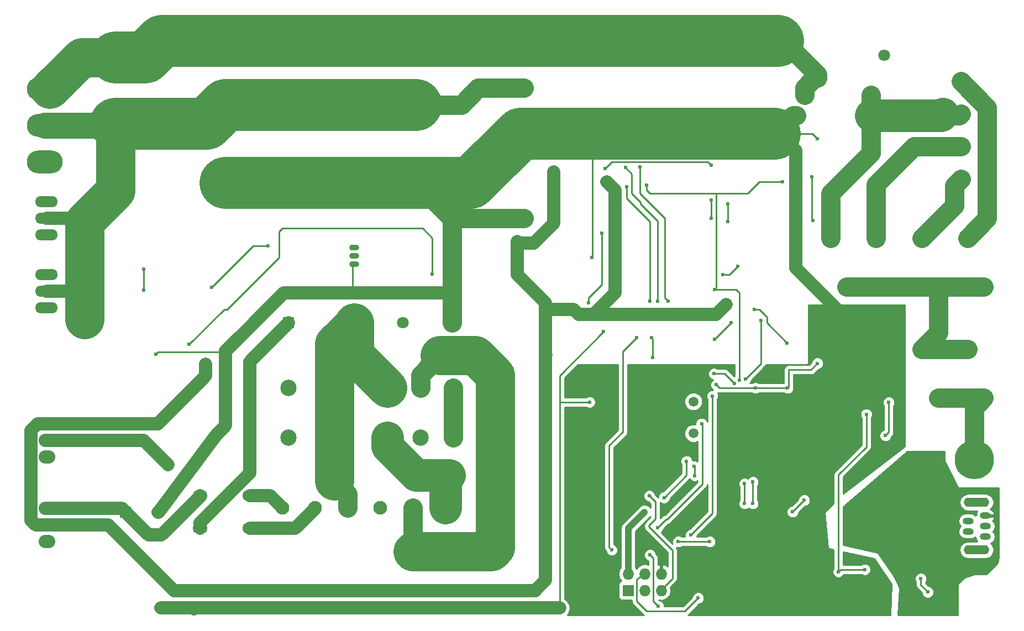
<source format=gbl>
G04 #@! TF.FileFunction,Copper,L2,Bot,Signal*
%FSLAX46Y46*%
G04 Gerber Fmt 4.6, Leading zero omitted, Abs format (unit mm)*
G04 Created by KiCad (PCBNEW 4.0.0-rc1-stable) date 4/11/2015 1:36:56 PM*
%MOMM*%
G01*
G04 APERTURE LIST*
%ADD10C,0.100000*%
%ADD11C,1.700000*%
%ADD12R,1.700000X1.700000*%
%ADD13R,1.727200X1.727200*%
%ADD14O,1.727200X1.727200*%
%ADD15C,1.998980*%
%ADD16R,1.998980X1.998980*%
%ADD17O,2.300000X1.600000*%
%ADD18C,1.800000*%
%ADD19C,2.500000*%
%ADD20C,2.100000*%
%ADD21O,5.501640X3.500120*%
%ADD22O,3.500120X1.699260*%
%ADD23C,2.286000*%
%ADD24O,2.540000X2.032000*%
%ADD25O,1.501140X0.899160*%
%ADD26C,1.501140*%
%ADD27C,5.999480*%
%ADD28C,1.850000*%
%ADD29R,1.850000X1.850000*%
%ADD30O,3.910000X1.400000*%
%ADD31O,1.700000X1.000000*%
%ADD32R,1.800000X1.800000*%
%ADD33C,0.600000*%
%ADD34C,0.250000*%
%ADD35C,1.000000*%
%ADD36C,8.000000*%
%ADD37C,2.000000*%
%ADD38C,3.000000*%
%ADD39C,6.000000*%
%ADD40C,4.000000*%
%ADD41C,5.000000*%
%ADD42C,0.254000*%
G04 APERTURE END LIST*
D10*
D11*
X43000000Y-125000000D03*
D12*
X38000000Y-125000000D03*
D13*
X115000000Y-137000000D03*
D14*
X115000000Y-134460000D03*
X117540000Y-137000000D03*
X117540000Y-134460000D03*
X120080000Y-137000000D03*
X120080000Y-134460000D03*
D15*
X36497460Y-55340000D03*
D16*
X36497460Y-65500000D03*
D15*
X152160000Y-61067460D03*
D16*
X142000000Y-61067460D03*
D17*
X57000000Y-127500000D03*
X57000000Y-122460000D03*
X49380000Y-122460000D03*
X49380000Y-127500000D03*
D18*
X144000000Y-58000000D03*
X154200000Y-55000000D03*
D19*
X63000000Y-106000000D03*
X83160000Y-106000000D03*
X78120000Y-106000000D03*
X88200000Y-106000000D03*
X63000000Y-113560000D03*
X78120000Y-113560000D03*
X83160000Y-113560000D03*
X88200000Y-113560000D03*
D20*
X166000000Y-74000000D03*
X166000000Y-69000000D03*
X166000000Y-64000000D03*
X166000000Y-59000000D03*
X62007500Y-124317500D03*
X67007500Y-124317500D03*
X72007500Y-124317500D03*
X77007500Y-124317500D03*
X82007500Y-124317500D03*
X87007500Y-124317500D03*
D21*
X25654000Y-65786000D03*
X25654000Y-71374000D03*
X25654000Y-60198000D03*
D22*
X25908000Y-80010000D03*
X25908000Y-82550000D03*
X25908000Y-77470000D03*
X25908000Y-91186000D03*
X25908000Y-93726000D03*
X25908000Y-88646000D03*
D23*
X152215000Y-64250000D03*
X140785000Y-64250000D03*
D24*
X26000000Y-127000000D03*
X26000000Y-124460000D03*
X26000000Y-129540000D03*
D25*
X73000000Y-85730000D03*
X73000000Y-84460000D03*
X73000000Y-87000000D03*
D18*
X167000000Y-83000000D03*
X169500000Y-90500000D03*
X160000000Y-83000000D03*
X162500000Y-90500000D03*
X153000000Y-83000000D03*
X155500000Y-90500000D03*
X146000000Y-83000000D03*
X148500000Y-90500000D03*
X160000000Y-100000000D03*
X162500000Y-107500000D03*
X167000000Y-100000000D03*
X169500000Y-107500000D03*
D26*
X125000000Y-108059060D03*
X125000000Y-112940940D03*
D27*
X168000000Y-117000000D03*
D28*
X53340000Y-74580000D03*
D29*
X53340000Y-62580000D03*
D28*
X82550000Y-74580000D03*
D29*
X82550000Y-62580000D03*
D24*
X26000000Y-114000000D03*
X26000000Y-111460000D03*
X26000000Y-116540000D03*
D15*
X99000000Y-60000000D03*
X99000000Y-80000000D03*
D30*
X168402000Y-130810000D03*
X168402000Y-123510000D03*
D31*
X169702000Y-127160000D03*
X169702000Y-125560000D03*
X169702000Y-128760000D03*
X167102000Y-127960000D03*
X167102000Y-126360000D03*
D32*
X62992000Y-96012000D03*
D18*
X72992000Y-96012000D03*
X80492000Y-96012000D03*
X87992000Y-96012000D03*
D33*
X115850000Y-126450000D03*
X151500000Y-110000000D03*
X151250000Y-133800000D03*
X147200000Y-134150000D03*
X117500000Y-125000000D03*
X142494000Y-116586000D03*
X108966000Y-112014000D03*
X116275000Y-123850000D03*
X121050000Y-124650000D03*
X42672000Y-100838000D03*
X53250000Y-100500000D03*
X121158000Y-92710000D03*
X116840000Y-72136000D03*
X116840000Y-70358000D03*
X140462000Y-85852000D03*
X126238000Y-122428000D03*
X119126000Y-115824000D03*
X109220000Y-132334000D03*
X109220000Y-126492000D03*
X137668000Y-111252000D03*
X150622000Y-102108000D03*
X130775000Y-124350000D03*
X109025000Y-128850000D03*
X109075000Y-122050000D03*
X113275000Y-118825000D03*
X122775000Y-131225000D03*
X142075000Y-139650000D03*
X152775000Y-105050000D03*
X148775000Y-107300000D03*
X135900000Y-105075000D03*
X155600000Y-104000000D03*
X144800000Y-92600000D03*
X155800000Y-98000000D03*
X109400000Y-86000000D03*
X144000000Y-67750000D03*
X137500000Y-70000000D03*
X117750000Y-70250000D03*
X40750000Y-87750000D03*
X40750000Y-91000000D03*
X53136800Y-108153200D03*
X45974000Y-139700000D03*
X43434000Y-139700000D03*
X139446000Y-106000000D03*
X144000000Y-102200000D03*
X134500000Y-106000000D03*
X128500000Y-105500000D03*
X143150000Y-73600000D03*
X143350000Y-80300000D03*
X111250000Y-97350000D03*
X109100000Y-108150000D03*
X104500000Y-140000000D03*
X44500000Y-117700000D03*
X48500000Y-139800000D03*
X159850000Y-135200000D03*
X160900000Y-137250000D03*
X50292000Y-102362000D03*
X103632000Y-72898000D03*
X130048000Y-93218000D03*
X111760000Y-74422000D03*
X98044000Y-83820000D03*
X102750000Y-93550000D03*
X127762000Y-71882000D03*
X111506000Y-72390000D03*
X33274000Y-96012000D03*
X51200000Y-90550000D03*
X59800000Y-84200000D03*
X132842000Y-120650000D03*
X132842000Y-123698000D03*
X127508000Y-129540000D03*
X122682000Y-129540000D03*
X127900000Y-107200000D03*
X124600000Y-128500000D03*
X134112000Y-120396000D03*
X134112000Y-123698000D03*
X125730000Y-138176000D03*
X118250000Y-122500000D03*
X120500000Y-122775000D03*
X123950000Y-117200000D03*
X126250000Y-111450000D03*
X119500000Y-127400000D03*
X154940000Y-108204000D03*
X154432000Y-113284000D03*
X141986000Y-123190000D03*
X140208000Y-124968000D03*
X119634000Y-139446000D03*
X118364000Y-131572000D03*
X125200000Y-119400000D03*
X125100000Y-118000000D03*
X127762000Y-77216000D03*
X127762000Y-80010000D03*
X130250000Y-80500000D03*
X130250000Y-77750000D03*
X128150000Y-103800000D03*
X131250000Y-105275000D03*
X114600000Y-72200000D03*
X119500000Y-92700000D03*
X128250000Y-98500000D03*
X130750000Y-96000000D03*
X132050000Y-104750000D03*
X128270000Y-90932000D03*
X138684000Y-74422000D03*
X117856000Y-74930000D03*
X129540000Y-88646000D03*
X131826000Y-87376000D03*
X47752000Y-99314000D03*
X85000000Y-88500000D03*
X118618000Y-98298000D03*
X118364000Y-92710000D03*
X114808000Y-75184000D03*
X118750000Y-101300000D03*
X116300000Y-98300000D03*
X112500000Y-130800000D03*
X108966000Y-92964000D03*
X110998000Y-82296000D03*
X135350000Y-95600000D03*
X132950000Y-104650000D03*
X139350000Y-99100000D03*
X134366000Y-93980000D03*
X162814000Y-124460000D03*
X163322000Y-121412000D03*
X149860000Y-126746000D03*
X160020000Y-139700000D03*
D34*
X115850000Y-126450000D02*
X115950000Y-126550000D01*
X147200000Y-134150000D02*
X147200000Y-119300000D01*
X151500000Y-115000000D02*
X151500000Y-110000000D01*
X147200000Y-119300000D02*
X151500000Y-115000000D01*
X147550000Y-133800000D02*
X151250000Y-133800000D01*
X147200000Y-134150000D02*
X147550000Y-133800000D01*
D35*
X115000000Y-134460000D02*
X115000000Y-132400000D01*
X115000000Y-132400000D02*
X115000000Y-127500000D01*
X115000000Y-127500000D02*
X115950000Y-126550000D01*
X115950000Y-126550000D02*
X117500000Y-125000000D01*
D34*
X53250000Y-100500000D02*
X43010000Y-100500000D01*
X43010000Y-100500000D02*
X42672000Y-100838000D01*
X53250000Y-100500000D02*
X53340000Y-100500000D01*
X116840000Y-70358000D02*
X116840000Y-67000000D01*
X121158000Y-92710000D02*
X120650000Y-92202000D01*
X120650000Y-92202000D02*
X120650000Y-80010000D01*
X120650000Y-80010000D02*
X116840000Y-76200000D01*
X116840000Y-76200000D02*
X116840000Y-72136000D01*
D36*
X109500000Y-67000000D02*
X116840000Y-67000000D01*
X116840000Y-67000000D02*
X117750000Y-67000000D01*
D34*
X140462000Y-85852000D02*
X140716000Y-85852000D01*
D37*
X137500000Y-67000000D02*
X138120000Y-67000000D01*
X138120000Y-67000000D02*
X140716000Y-69596000D01*
X140716000Y-69596000D02*
X140716000Y-85852000D01*
X155336000Y-97536000D02*
X155800000Y-98000000D01*
X140716000Y-85852000D02*
X140716000Y-87630000D01*
X140716000Y-87630000D02*
X150622000Y-97536000D01*
X150622000Y-97536000D02*
X155336000Y-97536000D01*
D34*
X144800000Y-92600000D02*
X149200000Y-97000000D01*
X149200000Y-97000000D02*
X154800000Y-97000000D01*
X154800000Y-97000000D02*
X155800000Y-98000000D01*
X109500000Y-85900000D02*
X109500000Y-67000000D01*
X109400000Y-86000000D02*
X109500000Y-85900000D01*
X144000000Y-67750000D02*
X143250000Y-67000000D01*
X143250000Y-67000000D02*
X137500000Y-67000000D01*
X137500000Y-70000000D02*
X137500000Y-67000000D01*
X117750000Y-70250000D02*
X117750000Y-67000000D01*
X40750000Y-91000000D02*
X40750000Y-87750000D01*
D38*
X140785000Y-64250000D02*
X140250000Y-64250000D01*
X140250000Y-64250000D02*
X137500000Y-67000000D01*
D37*
X140250000Y-64250000D02*
X137500000Y-67000000D01*
D36*
X82550000Y-74580000D02*
X90920000Y-74580000D01*
X137500000Y-67000000D02*
X136000000Y-67000000D01*
X98500000Y-67000000D02*
X109500000Y-67000000D01*
X117750000Y-67000000D02*
X137500000Y-67000000D01*
X90920000Y-74580000D02*
X98500000Y-67000000D01*
X53340000Y-74580000D02*
X82550000Y-74580000D01*
D38*
X99000000Y-80000000D02*
X87970000Y-80000000D01*
X87970000Y-80000000D02*
X88000000Y-80030000D01*
D34*
X72800000Y-87200000D02*
X72800000Y-91440000D01*
X72800000Y-91440000D02*
X72800000Y-91100000D01*
X72800000Y-91100000D02*
X72800000Y-91440000D01*
X53136800Y-108153200D02*
X53340000Y-108153200D01*
D37*
X43000000Y-125000000D02*
X43100000Y-125000000D01*
X43100000Y-125000000D02*
X51752500Y-113347500D01*
X51752500Y-113347500D02*
X53340000Y-111760000D01*
X53340000Y-111760000D02*
X53340000Y-108153200D01*
X53340000Y-108153200D02*
X53340000Y-102616000D01*
X53340000Y-102616000D02*
X53340000Y-100500000D01*
X53340000Y-100500000D02*
X53340000Y-100330000D01*
X62230000Y-91440000D02*
X72800000Y-91440000D01*
X53340000Y-100330000D02*
X55585000Y-98085000D01*
X55585000Y-98085000D02*
X57460000Y-96210000D01*
X57460000Y-96210000D02*
X62230000Y-91440000D01*
X72800000Y-91440000D02*
X72800000Y-91440000D01*
X72800000Y-91440000D02*
X88000000Y-91440000D01*
D38*
X82550000Y-74580000D02*
X88000000Y-80030000D01*
X88000000Y-80030000D02*
X88000000Y-91440000D01*
X88000000Y-91440000D02*
X88000000Y-96000000D01*
D37*
X48600000Y-139700000D02*
X100600000Y-139700000D01*
X100600000Y-139700000D02*
X102800000Y-139700000D01*
X102800000Y-139700000D02*
X104500000Y-139700000D01*
D35*
X104500000Y-139700000D02*
X104500000Y-140000000D01*
D37*
X48600000Y-139700000D02*
X45974000Y-139700000D01*
X45974000Y-139700000D02*
X43434000Y-139700000D01*
D34*
X48600000Y-139700000D02*
X48400000Y-139700000D01*
X48400000Y-139700000D02*
X47949000Y-139249000D01*
X134500000Y-106000000D02*
X138100000Y-106000000D01*
X138100000Y-106000000D02*
X139446000Y-106000000D01*
X139446000Y-106000000D02*
X139500000Y-106000000D01*
X143000000Y-103200000D02*
X144000000Y-102200000D01*
X139600000Y-105500000D02*
X139600000Y-103200000D01*
X139600000Y-103200000D02*
X143000000Y-103200000D01*
X139500000Y-106000000D02*
X139600000Y-105900000D01*
X139600000Y-105900000D02*
X139600000Y-105500000D01*
X129000000Y-106000000D02*
X134500000Y-106000000D01*
X128500000Y-105500000D02*
X129000000Y-106000000D01*
X143150000Y-80100000D02*
X143150000Y-73600000D01*
X143350000Y-80300000D02*
X143150000Y-80100000D01*
X104500000Y-104100000D02*
X104500000Y-108150000D01*
X111250000Y-97350000D02*
X104500000Y-104100000D01*
X104500000Y-140000000D02*
X104500000Y-108150000D01*
X104500000Y-108150000D02*
X109100000Y-108150000D01*
D37*
X40800000Y-114000000D02*
X26000000Y-114000000D01*
X40800000Y-114000000D02*
X44500000Y-117700000D01*
X48500000Y-139800000D02*
X48600000Y-139700000D01*
D34*
X159850000Y-136200000D02*
X159850000Y-135200000D01*
X160900000Y-137250000D02*
X159850000Y-136200000D01*
D37*
X42972000Y-111460000D02*
X50292000Y-104140000D01*
X50292000Y-104140000D02*
X50292000Y-102362000D01*
X42972000Y-111460000D02*
X26000000Y-111460000D01*
X100584000Y-83820000D02*
X103632000Y-80772000D01*
X103632000Y-80772000D02*
X103632000Y-72898000D01*
X100584000Y-83820000D02*
X98044000Y-83820000D01*
X128524000Y-94742000D02*
X130048000Y-93218000D01*
X128524000Y-94742000D02*
X109474000Y-94742000D01*
X113030000Y-75692000D02*
X111760000Y-74422000D01*
X113030000Y-91440000D02*
X113030000Y-75692000D01*
X109728000Y-94742000D02*
X113030000Y-91440000D01*
X109474000Y-94742000D02*
X109728000Y-94742000D01*
X102300000Y-94550000D02*
X102870000Y-93980000D01*
X107442000Y-94742000D02*
X109474000Y-94742000D01*
X106680000Y-93980000D02*
X107442000Y-94742000D01*
X102870000Y-93980000D02*
X106680000Y-93980000D01*
X102300000Y-94550000D02*
X102300000Y-92902000D01*
X102300000Y-92902000D02*
X98044000Y-88646000D01*
X98044000Y-88646000D02*
X98044000Y-83820000D01*
X98044000Y-83820000D02*
X98044000Y-83566000D01*
X102300000Y-101346000D02*
X102300000Y-94550000D01*
X102300000Y-135400000D02*
X102300000Y-101346000D01*
X102300000Y-101346000D02*
X102300000Y-101000000D01*
D34*
X102750000Y-93550000D02*
X102400000Y-93900000D01*
X102400000Y-93900000D02*
X102400000Y-100900000D01*
D37*
X102300000Y-135400000D02*
X100700000Y-137000000D01*
X102300000Y-101000000D02*
X102400000Y-100900000D01*
X26000000Y-127000000D02*
X35400000Y-127000000D01*
X45400000Y-137000000D02*
X100700000Y-137000000D01*
X100700000Y-137000000D02*
X100800000Y-137000000D01*
X35400000Y-127000000D02*
X45400000Y-137000000D01*
X26000000Y-127000000D02*
X24250000Y-127000000D01*
X24540000Y-111460000D02*
X26000000Y-111460000D01*
X23500000Y-112500000D02*
X24540000Y-111460000D01*
X23500000Y-126250000D02*
X23500000Y-112500000D01*
X24250000Y-127000000D02*
X23500000Y-126250000D01*
D34*
X127254000Y-71374000D02*
X127762000Y-71882000D01*
X112522000Y-71374000D02*
X127254000Y-71374000D01*
X111506000Y-72390000D02*
X112522000Y-71374000D01*
X31242000Y-94742000D02*
X31750000Y-94742000D01*
X31496000Y-94488000D02*
X31242000Y-94742000D01*
X31750000Y-94488000D02*
X31496000Y-94488000D01*
X33274000Y-96012000D02*
X31750000Y-94488000D01*
D39*
X31750000Y-91186000D02*
X31750000Y-94742000D01*
X31750000Y-94742000D02*
X31750000Y-94234000D01*
X31750000Y-94234000D02*
X31750000Y-95504000D01*
X31750000Y-91186000D02*
X31750000Y-80518000D01*
D37*
X25908000Y-91186000D02*
X31750000Y-91186000D01*
D39*
X31750000Y-80518000D02*
X32258000Y-80010000D01*
D37*
X25908000Y-80010000D02*
X32258000Y-80010000D01*
D39*
X36497460Y-75770540D02*
X32258000Y-80010000D01*
X36497460Y-75770540D02*
X36497460Y-65500000D01*
D40*
X25654000Y-65786000D02*
X36211460Y-65786000D01*
X36211460Y-65786000D02*
X36497460Y-65500000D01*
D36*
X53340000Y-62580000D02*
X82550000Y-62580000D01*
X36497460Y-65500000D02*
X50420000Y-65500000D01*
X50420000Y-65500000D02*
X53340000Y-62580000D01*
D39*
X36497460Y-65500000D02*
X35500000Y-65500000D01*
D38*
X82550000Y-62580000D02*
X89420000Y-62580000D01*
X89420000Y-62580000D02*
X92000000Y-60000000D01*
X92000000Y-60000000D02*
X99000000Y-60000000D01*
D37*
X26000000Y-124460000D02*
X29700000Y-124460000D01*
X29700000Y-124460000D02*
X37460000Y-124460000D01*
X37460000Y-124460000D02*
X38000000Y-125000000D01*
X49380000Y-122460000D02*
X49380000Y-122620000D01*
X49380000Y-122620000D02*
X43500000Y-128500000D01*
X41500000Y-128500000D02*
X38000000Y-125000000D01*
X43500000Y-128500000D02*
X41500000Y-128500000D01*
D34*
X57550000Y-84200000D02*
X59800000Y-84200000D01*
X57550000Y-84200000D02*
X51200000Y-90550000D01*
X132842000Y-123698000D02*
X132842000Y-120650000D01*
X122682000Y-129540000D02*
X127508000Y-129540000D01*
X127900000Y-125200000D02*
X127900000Y-107200000D01*
X124600000Y-128500000D02*
X127900000Y-125200000D01*
X117540000Y-134460000D02*
X117254000Y-134460000D01*
X117254000Y-134460000D02*
X116332000Y-135382000D01*
X134112000Y-123698000D02*
X134112000Y-120396000D01*
X123698000Y-140208000D02*
X125730000Y-138176000D01*
X117856000Y-140208000D02*
X123698000Y-140208000D01*
X116332000Y-138684000D02*
X117856000Y-140208000D01*
X116332000Y-135382000D02*
X116332000Y-138684000D01*
X120080000Y-137000000D02*
X120080000Y-136870000D01*
X120080000Y-136870000D02*
X121800000Y-135150000D01*
X119150000Y-123400000D02*
X118250000Y-122500000D01*
X119150000Y-126050000D02*
X119150000Y-123400000D01*
X118150000Y-127050000D02*
X119150000Y-126050000D01*
X118150000Y-127250000D02*
X118150000Y-127050000D01*
X121800000Y-130900000D02*
X118150000Y-127250000D01*
X121800000Y-135150000D02*
X121800000Y-130900000D01*
X120080000Y-137000000D02*
X120080000Y-136720000D01*
D40*
X25654000Y-60198000D02*
X26416000Y-60198000D01*
D39*
X26416000Y-60198000D02*
X31274000Y-55340000D01*
X31274000Y-55340000D02*
X36497460Y-55340000D01*
D40*
X25654000Y-60198000D02*
X26670000Y-60198000D01*
D38*
X138000000Y-52800000D02*
X138800000Y-52800000D01*
X138800000Y-52800000D02*
X144000000Y-58000000D01*
D36*
X36497460Y-55340000D02*
X41060000Y-55340000D01*
X43600000Y-52800000D02*
X138000000Y-52800000D01*
X41060000Y-55340000D02*
X43600000Y-52800000D01*
D38*
X142000000Y-61067460D02*
X142000000Y-60000000D01*
X142000000Y-60000000D02*
X144000000Y-58000000D01*
X144000000Y-58000000D02*
X144000000Y-58500000D01*
X162950000Y-64250000D02*
X165750000Y-64250000D01*
X165750000Y-64250000D02*
X166000000Y-64000000D01*
D41*
X152215000Y-64250000D02*
X162950000Y-64250000D01*
X162950000Y-64250000D02*
X163200000Y-64000000D01*
D38*
X152215000Y-64250000D02*
X152215000Y-61122460D01*
X152215000Y-61122460D02*
X152160000Y-61067460D01*
X152160000Y-64195000D02*
X152215000Y-64250000D01*
X146000000Y-83000000D02*
X146000000Y-76157460D01*
X146000000Y-76157460D02*
X152160000Y-69997460D01*
X152215000Y-64250000D02*
X152215000Y-69942460D01*
X152215000Y-69942460D02*
X152160000Y-69997460D01*
X165750000Y-64250000D02*
X166000000Y-64000000D01*
D34*
X165750000Y-64250000D02*
X166000000Y-64000000D01*
X165750000Y-64250000D02*
X166000000Y-64000000D01*
D37*
X57000000Y-127500000D02*
X64000000Y-127500000D01*
X64000000Y-127500000D02*
X67007500Y-124492500D01*
X67007500Y-124492500D02*
X67007500Y-124317500D01*
D35*
X67007500Y-124317500D02*
X67007500Y-124992500D01*
D34*
X57000000Y-127500000D02*
X57000000Y-128205000D01*
X57025000Y-128230000D02*
X57000000Y-127500000D01*
D37*
X57000000Y-122460000D02*
X60150000Y-122460000D01*
X60150000Y-122460000D02*
X62007500Y-124317500D01*
X49380000Y-127500000D02*
X49380000Y-126620000D01*
X57000000Y-102000000D02*
X63000000Y-96000000D01*
X57000000Y-119000000D02*
X57000000Y-102000000D01*
X49380000Y-126620000D02*
X57000000Y-119000000D01*
D41*
X78120000Y-113560000D02*
X78120000Y-114950000D01*
X78120000Y-114950000D02*
X82550000Y-119380000D01*
X82550000Y-119380000D02*
X87630000Y-119380000D01*
X87630000Y-119380000D02*
X87007500Y-120002500D01*
X87007500Y-120002500D02*
X87007500Y-124317500D01*
D39*
X73000000Y-96000000D02*
X73000000Y-100880000D01*
X73000000Y-100880000D02*
X78120000Y-106000000D01*
X70000000Y-120200000D02*
X70000000Y-99200000D01*
D38*
X72007500Y-122207500D02*
X70000000Y-120200000D01*
X72007500Y-124317500D02*
X72007500Y-122207500D01*
D39*
X70000000Y-99200000D02*
X73000000Y-96200000D01*
X73000000Y-96200000D02*
X73000000Y-96000000D01*
D41*
X78120000Y-106030000D02*
X78120000Y-106000000D01*
D38*
X78120000Y-106000000D02*
X78120000Y-106030000D01*
X78000000Y-106000000D02*
X78120000Y-106000000D01*
X153000000Y-83000000D02*
X153000000Y-74838000D01*
X158838000Y-69000000D02*
X166000000Y-69000000D01*
X153000000Y-74838000D02*
X158838000Y-69000000D01*
D34*
X120500000Y-122775000D02*
X123950000Y-119325000D01*
X123950000Y-119325000D02*
X123950000Y-117200000D01*
X120950000Y-126150000D02*
X120750000Y-126150000D01*
X126250000Y-111450000D02*
X126400000Y-111600000D01*
X126400000Y-111600000D02*
X126400000Y-120700000D01*
X126400000Y-120700000D02*
X120950000Y-126150000D01*
X120750000Y-126150000D02*
X119500000Y-127400000D01*
X154940000Y-112776000D02*
X154940000Y-108204000D01*
X154432000Y-113284000D02*
X154940000Y-112776000D01*
X140208000Y-124968000D02*
X141986000Y-123190000D01*
X118872000Y-138684000D02*
X119634000Y-139446000D01*
X118872000Y-132080000D02*
X118872000Y-138684000D01*
X118364000Y-131572000D02*
X118872000Y-132080000D01*
X125200000Y-119400000D02*
X125200000Y-118100000D01*
X125200000Y-118100000D02*
X125100000Y-118000000D01*
D38*
X83160000Y-106000000D02*
X83160000Y-104040000D01*
D39*
X94007500Y-130992500D02*
X94600000Y-130400000D01*
X94600000Y-130400000D02*
X94600000Y-104000000D01*
X94600000Y-104000000D02*
X91600000Y-101000000D01*
X91600000Y-101000000D02*
X86200000Y-101000000D01*
X94007500Y-130992500D02*
X82007500Y-130992500D01*
D38*
X83160000Y-104040000D02*
X86200000Y-101000000D01*
X82007500Y-124317500D02*
X82007500Y-130992500D01*
X82007500Y-130992500D02*
X82000000Y-131000000D01*
X88200000Y-106000000D02*
X88200000Y-113560000D01*
X160000000Y-83000000D02*
X165000000Y-78000000D01*
X165000000Y-75000000D02*
X166000000Y-74000000D01*
X165000000Y-78000000D02*
X165000000Y-75000000D01*
X167000000Y-83000000D02*
X170000000Y-80000000D01*
X170000000Y-63000000D02*
X166000000Y-59000000D01*
X170000000Y-80000000D02*
X170000000Y-63000000D01*
D34*
X127762000Y-80010000D02*
X127762000Y-77216000D01*
X130250000Y-77750000D02*
X130250000Y-80500000D01*
X129775000Y-103800000D02*
X128150000Y-103800000D01*
X131250000Y-105275000D02*
X129775000Y-103800000D01*
X116900000Y-77800000D02*
X116900000Y-77530000D01*
X116900000Y-77800000D02*
X119500000Y-80400000D01*
X119500000Y-80400000D02*
X119500000Y-92700000D01*
X115570000Y-73170000D02*
X114600000Y-72200000D01*
X115570000Y-76200000D02*
X115570000Y-73170000D01*
X116900000Y-77530000D02*
X115570000Y-76200000D01*
X130750000Y-96000000D02*
X128250000Y-98500000D01*
X128270000Y-90932000D02*
X131572000Y-90932000D01*
X132050000Y-91410000D02*
X132050000Y-104750000D01*
X131572000Y-90932000D02*
X132050000Y-91410000D01*
X128524000Y-90678000D02*
X128524000Y-76200000D01*
X128270000Y-90932000D02*
X128524000Y-90678000D01*
X135128000Y-74422000D02*
X138684000Y-74422000D01*
X133350000Y-76200000D02*
X135128000Y-74422000D01*
X118364000Y-76200000D02*
X128524000Y-76200000D01*
X128524000Y-76200000D02*
X133350000Y-76200000D01*
X117856000Y-75692000D02*
X118364000Y-76200000D01*
X117856000Y-74930000D02*
X117856000Y-75692000D01*
X130556000Y-88646000D02*
X129540000Y-88646000D01*
X131826000Y-87376000D02*
X130556000Y-88646000D01*
X53557000Y-93943000D02*
X53123000Y-93943000D01*
X53123000Y-93943000D02*
X47752000Y-99314000D01*
X53500000Y-94000000D02*
X53557000Y-93943000D01*
X53557000Y-93943000D02*
X61500000Y-86000000D01*
X61500000Y-86000000D02*
X61500000Y-82000000D01*
X61500000Y-82000000D02*
X62000000Y-81500000D01*
X62000000Y-81500000D02*
X83500000Y-81500000D01*
X83500000Y-81500000D02*
X85000000Y-83000000D01*
X85000000Y-83000000D02*
X85000000Y-88500000D01*
X116078000Y-78232000D02*
X114808000Y-76962000D01*
X118750000Y-98430000D02*
X118618000Y-98298000D01*
X118364000Y-92710000D02*
X118364000Y-80518000D01*
X118364000Y-80518000D02*
X116078000Y-78232000D01*
X118750000Y-101300000D02*
X118750000Y-98430000D01*
X114808000Y-76962000D02*
X114808000Y-75184000D01*
X118750000Y-101300000D02*
X118600000Y-101150000D01*
D38*
X160000000Y-100000000D02*
X167000000Y-100000000D01*
X162500000Y-90500000D02*
X162500000Y-97500000D01*
X162500000Y-97500000D02*
X160000000Y-100000000D01*
X155500000Y-90500000D02*
X148500000Y-90500000D01*
X162500000Y-90500000D02*
X155500000Y-90500000D01*
X162500000Y-90500000D02*
X169500000Y-90500000D01*
X162500000Y-107500000D02*
X169500000Y-107500000D01*
X169500000Y-107500000D02*
X168000000Y-109000000D01*
X168000000Y-109000000D02*
X168000000Y-117000000D01*
D34*
X114200000Y-100400000D02*
X116300000Y-98300000D01*
X114200000Y-112700000D02*
X114200000Y-100400000D01*
X112100000Y-114800000D02*
X114200000Y-112700000D01*
X112100000Y-130400000D02*
X112100000Y-114800000D01*
X112500000Y-130800000D02*
X112100000Y-130400000D01*
X108966000Y-92202000D02*
X108966000Y-92964000D01*
X110998000Y-90170000D02*
X108966000Y-92202000D01*
X110998000Y-82296000D02*
X110998000Y-90170000D01*
X135350000Y-102250000D02*
X135350000Y-95600000D01*
X132950000Y-104650000D02*
X135350000Y-102250000D01*
X136250000Y-96000000D02*
X136250000Y-95102000D01*
X139350000Y-99100000D02*
X136250000Y-96000000D01*
X135128000Y-93980000D02*
X134366000Y-93980000D01*
X136250000Y-95102000D02*
X135128000Y-93980000D01*
D42*
G36*
X157373000Y-114937162D02*
X147960000Y-122120768D01*
X147960000Y-119614802D01*
X152037401Y-115537401D01*
X152202148Y-115290840D01*
X152260000Y-115000000D01*
X152260000Y-113469167D01*
X153496838Y-113469167D01*
X153638883Y-113812943D01*
X153901673Y-114076192D01*
X154245201Y-114218838D01*
X154617167Y-114219162D01*
X154960943Y-114077117D01*
X155224192Y-113814327D01*
X155366838Y-113470799D01*
X155366879Y-113423923D01*
X155477401Y-113313401D01*
X155642147Y-113066840D01*
X155642148Y-113066839D01*
X155700000Y-112776000D01*
X155700000Y-108766463D01*
X155732192Y-108734327D01*
X155874838Y-108390799D01*
X155875162Y-108018833D01*
X155733117Y-107675057D01*
X155470327Y-107411808D01*
X155126799Y-107269162D01*
X154754833Y-107268838D01*
X154411057Y-107410883D01*
X154147808Y-107673673D01*
X154005162Y-108017201D01*
X154004838Y-108389167D01*
X154146883Y-108732943D01*
X154180000Y-108766118D01*
X154180000Y-112376453D01*
X153903057Y-112490883D01*
X153639808Y-112753673D01*
X153497162Y-113097201D01*
X153496838Y-113469167D01*
X152260000Y-113469167D01*
X152260000Y-110562463D01*
X152292192Y-110530327D01*
X152434838Y-110186799D01*
X152435162Y-109814833D01*
X152293117Y-109471057D01*
X152030327Y-109207808D01*
X151686799Y-109065162D01*
X151314833Y-109064838D01*
X150971057Y-109206883D01*
X150707808Y-109469673D01*
X150565162Y-109813201D01*
X150564838Y-110185167D01*
X150706883Y-110528943D01*
X150740000Y-110562118D01*
X150740000Y-114685198D01*
X146662599Y-118762599D01*
X146497852Y-119009161D01*
X146440000Y-119300000D01*
X146440000Y-123630394D01*
X145160197Y-124910197D01*
X145132334Y-124952211D01*
X145123522Y-125011498D01*
X145623522Y-130511498D01*
X145637960Y-130559799D01*
X145670052Y-130598678D01*
X145723390Y-130624181D01*
X146440000Y-130777740D01*
X146440000Y-133587537D01*
X146407808Y-133619673D01*
X146265162Y-133963201D01*
X146264838Y-134335167D01*
X146406883Y-134678943D01*
X146669673Y-134942192D01*
X147013201Y-135084838D01*
X147385167Y-135085162D01*
X147728943Y-134943117D01*
X147992192Y-134680327D01*
X148042156Y-134560000D01*
X150687537Y-134560000D01*
X150719673Y-134592192D01*
X151063201Y-134734838D01*
X151435167Y-134735162D01*
X151778943Y-134593117D01*
X152042192Y-134330327D01*
X152184838Y-133986799D01*
X152185162Y-133614833D01*
X152043117Y-133271057D01*
X151780327Y-133007808D01*
X151436799Y-132865162D01*
X151064833Y-132864838D01*
X150721057Y-133006883D01*
X150687882Y-133040000D01*
X147960000Y-133040000D01*
X147960000Y-131103454D01*
X152673977Y-132113592D01*
X155371109Y-136036694D01*
X155144761Y-140790000D01*
X124168654Y-140790000D01*
X124235401Y-140745401D01*
X125869680Y-139111122D01*
X125915167Y-139111162D01*
X126258943Y-138969117D01*
X126522192Y-138706327D01*
X126664838Y-138362799D01*
X126665162Y-137990833D01*
X126523117Y-137647057D01*
X126260327Y-137383808D01*
X125916799Y-137241162D01*
X125544833Y-137240838D01*
X125201057Y-137382883D01*
X124937808Y-137645673D01*
X124795162Y-137989201D01*
X124795121Y-138036077D01*
X123383198Y-139448000D01*
X120568999Y-139448000D01*
X120569162Y-139260833D01*
X120427117Y-138917057D01*
X120164327Y-138653808D01*
X119820799Y-138511162D01*
X119773923Y-138511121D01*
X119718942Y-138456140D01*
X120080000Y-138527959D01*
X120653489Y-138413885D01*
X121139670Y-138089029D01*
X121464526Y-137602848D01*
X121578600Y-137029359D01*
X121578600Y-136970641D01*
X121491590Y-136533212D01*
X122337401Y-135687401D01*
X122502148Y-135440840D01*
X122560000Y-135150000D01*
X122560000Y-130900000D01*
X122502148Y-130609161D01*
X122435330Y-130509160D01*
X122380601Y-130427252D01*
X122495201Y-130474838D01*
X122867167Y-130475162D01*
X123210943Y-130333117D01*
X123244118Y-130300000D01*
X126945537Y-130300000D01*
X126977673Y-130332192D01*
X127321201Y-130474838D01*
X127693167Y-130475162D01*
X128036943Y-130333117D01*
X128300192Y-130070327D01*
X128442838Y-129726799D01*
X128443162Y-129354833D01*
X128301117Y-129011057D01*
X128038327Y-128747808D01*
X127694799Y-128605162D01*
X127322833Y-128604838D01*
X126979057Y-128746883D01*
X126945882Y-128780000D01*
X125496137Y-128780000D01*
X125534838Y-128686799D01*
X125534879Y-128639923D01*
X128437401Y-125737401D01*
X128602148Y-125490839D01*
X128660000Y-125200000D01*
X128660000Y-125153167D01*
X139272838Y-125153167D01*
X139414883Y-125496943D01*
X139677673Y-125760192D01*
X140021201Y-125902838D01*
X140393167Y-125903162D01*
X140736943Y-125761117D01*
X141000192Y-125498327D01*
X141142838Y-125154799D01*
X141142879Y-125107923D01*
X142125680Y-124125122D01*
X142171167Y-124125162D01*
X142514943Y-123983117D01*
X142778192Y-123720327D01*
X142920838Y-123376799D01*
X142921162Y-123004833D01*
X142779117Y-122661057D01*
X142516327Y-122397808D01*
X142172799Y-122255162D01*
X141800833Y-122254838D01*
X141457057Y-122396883D01*
X141193808Y-122659673D01*
X141051162Y-123003201D01*
X141051121Y-123050077D01*
X140068320Y-124032878D01*
X140022833Y-124032838D01*
X139679057Y-124174883D01*
X139415808Y-124437673D01*
X139273162Y-124781201D01*
X139272838Y-125153167D01*
X128660000Y-125153167D01*
X128660000Y-120835167D01*
X131906838Y-120835167D01*
X132048883Y-121178943D01*
X132082000Y-121212118D01*
X132082000Y-123135537D01*
X132049808Y-123167673D01*
X131907162Y-123511201D01*
X131906838Y-123883167D01*
X132048883Y-124226943D01*
X132311673Y-124490192D01*
X132655201Y-124632838D01*
X133027167Y-124633162D01*
X133370943Y-124491117D01*
X133476954Y-124385290D01*
X133581673Y-124490192D01*
X133925201Y-124632838D01*
X134297167Y-124633162D01*
X134640943Y-124491117D01*
X134904192Y-124228327D01*
X135046838Y-123884799D01*
X135047162Y-123512833D01*
X134905117Y-123169057D01*
X134872000Y-123135882D01*
X134872000Y-120958463D01*
X134904192Y-120926327D01*
X135046838Y-120582799D01*
X135047162Y-120210833D01*
X134905117Y-119867057D01*
X134642327Y-119603808D01*
X134298799Y-119461162D01*
X133926833Y-119460838D01*
X133583057Y-119602883D01*
X133340801Y-119844717D01*
X133028799Y-119715162D01*
X132656833Y-119714838D01*
X132313057Y-119856883D01*
X132049808Y-120119673D01*
X131907162Y-120463201D01*
X131906838Y-120835167D01*
X128660000Y-120835167D01*
X128660000Y-107762463D01*
X128692192Y-107730327D01*
X128834838Y-107386799D01*
X128835162Y-107014833D01*
X128704744Y-106699197D01*
X128709161Y-106702148D01*
X129000000Y-106760000D01*
X133937537Y-106760000D01*
X133969673Y-106792192D01*
X134313201Y-106934838D01*
X134685167Y-106935162D01*
X135028943Y-106793117D01*
X135062118Y-106760000D01*
X138883537Y-106760000D01*
X138915673Y-106792192D01*
X139259201Y-106934838D01*
X139631167Y-106935162D01*
X139974943Y-106793117D01*
X140238192Y-106530327D01*
X140380838Y-106186799D01*
X140381162Y-105814833D01*
X140360000Y-105763617D01*
X140360000Y-103960000D01*
X143000000Y-103960000D01*
X143290839Y-103902148D01*
X143537401Y-103737401D01*
X144139680Y-103135122D01*
X144185167Y-103135162D01*
X144528943Y-102993117D01*
X144792192Y-102730327D01*
X144934838Y-102386799D01*
X144935162Y-102014833D01*
X144793117Y-101671057D01*
X144530327Y-101407808D01*
X144186799Y-101265162D01*
X143814833Y-101264838D01*
X143471057Y-101406883D01*
X143207808Y-101669673D01*
X143065162Y-102013201D01*
X143065121Y-102060077D01*
X142685198Y-102440000D01*
X139600000Y-102440000D01*
X139309161Y-102497852D01*
X139062599Y-102662599D01*
X138897852Y-102909161D01*
X138840000Y-103200000D01*
X138840000Y-105240000D01*
X135062463Y-105240000D01*
X135030327Y-105207808D01*
X134686799Y-105065162D01*
X134314833Y-105064838D01*
X133971057Y-105206883D01*
X133937882Y-105240000D01*
X133682415Y-105240000D01*
X133742192Y-105180327D01*
X133884838Y-104836799D01*
X133884879Y-104789923D01*
X135887401Y-102787401D01*
X136052148Y-102540839D01*
X136084738Y-102377000D01*
X142500000Y-102377000D01*
X142549410Y-102366994D01*
X142591035Y-102338553D01*
X142618315Y-102296159D01*
X142627000Y-102250000D01*
X142627000Y-93289000D01*
X157373000Y-93289000D01*
X157373000Y-114937162D01*
X157373000Y-114937162D01*
G37*
X157373000Y-114937162D02*
X147960000Y-122120768D01*
X147960000Y-119614802D01*
X152037401Y-115537401D01*
X152202148Y-115290840D01*
X152260000Y-115000000D01*
X152260000Y-113469167D01*
X153496838Y-113469167D01*
X153638883Y-113812943D01*
X153901673Y-114076192D01*
X154245201Y-114218838D01*
X154617167Y-114219162D01*
X154960943Y-114077117D01*
X155224192Y-113814327D01*
X155366838Y-113470799D01*
X155366879Y-113423923D01*
X155477401Y-113313401D01*
X155642147Y-113066840D01*
X155642148Y-113066839D01*
X155700000Y-112776000D01*
X155700000Y-108766463D01*
X155732192Y-108734327D01*
X155874838Y-108390799D01*
X155875162Y-108018833D01*
X155733117Y-107675057D01*
X155470327Y-107411808D01*
X155126799Y-107269162D01*
X154754833Y-107268838D01*
X154411057Y-107410883D01*
X154147808Y-107673673D01*
X154005162Y-108017201D01*
X154004838Y-108389167D01*
X154146883Y-108732943D01*
X154180000Y-108766118D01*
X154180000Y-112376453D01*
X153903057Y-112490883D01*
X153639808Y-112753673D01*
X153497162Y-113097201D01*
X153496838Y-113469167D01*
X152260000Y-113469167D01*
X152260000Y-110562463D01*
X152292192Y-110530327D01*
X152434838Y-110186799D01*
X152435162Y-109814833D01*
X152293117Y-109471057D01*
X152030327Y-109207808D01*
X151686799Y-109065162D01*
X151314833Y-109064838D01*
X150971057Y-109206883D01*
X150707808Y-109469673D01*
X150565162Y-109813201D01*
X150564838Y-110185167D01*
X150706883Y-110528943D01*
X150740000Y-110562118D01*
X150740000Y-114685198D01*
X146662599Y-118762599D01*
X146497852Y-119009161D01*
X146440000Y-119300000D01*
X146440000Y-123630394D01*
X145160197Y-124910197D01*
X145132334Y-124952211D01*
X145123522Y-125011498D01*
X145623522Y-130511498D01*
X145637960Y-130559799D01*
X145670052Y-130598678D01*
X145723390Y-130624181D01*
X146440000Y-130777740D01*
X146440000Y-133587537D01*
X146407808Y-133619673D01*
X146265162Y-133963201D01*
X146264838Y-134335167D01*
X146406883Y-134678943D01*
X146669673Y-134942192D01*
X147013201Y-135084838D01*
X147385167Y-135085162D01*
X147728943Y-134943117D01*
X147992192Y-134680327D01*
X148042156Y-134560000D01*
X150687537Y-134560000D01*
X150719673Y-134592192D01*
X151063201Y-134734838D01*
X151435167Y-134735162D01*
X151778943Y-134593117D01*
X152042192Y-134330327D01*
X152184838Y-133986799D01*
X152185162Y-133614833D01*
X152043117Y-133271057D01*
X151780327Y-133007808D01*
X151436799Y-132865162D01*
X151064833Y-132864838D01*
X150721057Y-133006883D01*
X150687882Y-133040000D01*
X147960000Y-133040000D01*
X147960000Y-131103454D01*
X152673977Y-132113592D01*
X155371109Y-136036694D01*
X155144761Y-140790000D01*
X124168654Y-140790000D01*
X124235401Y-140745401D01*
X125869680Y-139111122D01*
X125915167Y-139111162D01*
X126258943Y-138969117D01*
X126522192Y-138706327D01*
X126664838Y-138362799D01*
X126665162Y-137990833D01*
X126523117Y-137647057D01*
X126260327Y-137383808D01*
X125916799Y-137241162D01*
X125544833Y-137240838D01*
X125201057Y-137382883D01*
X124937808Y-137645673D01*
X124795162Y-137989201D01*
X124795121Y-138036077D01*
X123383198Y-139448000D01*
X120568999Y-139448000D01*
X120569162Y-139260833D01*
X120427117Y-138917057D01*
X120164327Y-138653808D01*
X119820799Y-138511162D01*
X119773923Y-138511121D01*
X119718942Y-138456140D01*
X120080000Y-138527959D01*
X120653489Y-138413885D01*
X121139670Y-138089029D01*
X121464526Y-137602848D01*
X121578600Y-137029359D01*
X121578600Y-136970641D01*
X121491590Y-136533212D01*
X122337401Y-135687401D01*
X122502148Y-135440840D01*
X122560000Y-135150000D01*
X122560000Y-130900000D01*
X122502148Y-130609161D01*
X122435330Y-130509160D01*
X122380601Y-130427252D01*
X122495201Y-130474838D01*
X122867167Y-130475162D01*
X123210943Y-130333117D01*
X123244118Y-130300000D01*
X126945537Y-130300000D01*
X126977673Y-130332192D01*
X127321201Y-130474838D01*
X127693167Y-130475162D01*
X128036943Y-130333117D01*
X128300192Y-130070327D01*
X128442838Y-129726799D01*
X128443162Y-129354833D01*
X128301117Y-129011057D01*
X128038327Y-128747808D01*
X127694799Y-128605162D01*
X127322833Y-128604838D01*
X126979057Y-128746883D01*
X126945882Y-128780000D01*
X125496137Y-128780000D01*
X125534838Y-128686799D01*
X125534879Y-128639923D01*
X128437401Y-125737401D01*
X128602148Y-125490839D01*
X128660000Y-125200000D01*
X128660000Y-125153167D01*
X139272838Y-125153167D01*
X139414883Y-125496943D01*
X139677673Y-125760192D01*
X140021201Y-125902838D01*
X140393167Y-125903162D01*
X140736943Y-125761117D01*
X141000192Y-125498327D01*
X141142838Y-125154799D01*
X141142879Y-125107923D01*
X142125680Y-124125122D01*
X142171167Y-124125162D01*
X142514943Y-123983117D01*
X142778192Y-123720327D01*
X142920838Y-123376799D01*
X142921162Y-123004833D01*
X142779117Y-122661057D01*
X142516327Y-122397808D01*
X142172799Y-122255162D01*
X141800833Y-122254838D01*
X141457057Y-122396883D01*
X141193808Y-122659673D01*
X141051162Y-123003201D01*
X141051121Y-123050077D01*
X140068320Y-124032878D01*
X140022833Y-124032838D01*
X139679057Y-124174883D01*
X139415808Y-124437673D01*
X139273162Y-124781201D01*
X139272838Y-125153167D01*
X128660000Y-125153167D01*
X128660000Y-120835167D01*
X131906838Y-120835167D01*
X132048883Y-121178943D01*
X132082000Y-121212118D01*
X132082000Y-123135537D01*
X132049808Y-123167673D01*
X131907162Y-123511201D01*
X131906838Y-123883167D01*
X132048883Y-124226943D01*
X132311673Y-124490192D01*
X132655201Y-124632838D01*
X133027167Y-124633162D01*
X133370943Y-124491117D01*
X133476954Y-124385290D01*
X133581673Y-124490192D01*
X133925201Y-124632838D01*
X134297167Y-124633162D01*
X134640943Y-124491117D01*
X134904192Y-124228327D01*
X135046838Y-123884799D01*
X135047162Y-123512833D01*
X134905117Y-123169057D01*
X134872000Y-123135882D01*
X134872000Y-120958463D01*
X134904192Y-120926327D01*
X135046838Y-120582799D01*
X135047162Y-120210833D01*
X134905117Y-119867057D01*
X134642327Y-119603808D01*
X134298799Y-119461162D01*
X133926833Y-119460838D01*
X133583057Y-119602883D01*
X133340801Y-119844717D01*
X133028799Y-119715162D01*
X132656833Y-119714838D01*
X132313057Y-119856883D01*
X132049808Y-120119673D01*
X131907162Y-120463201D01*
X131906838Y-120835167D01*
X128660000Y-120835167D01*
X128660000Y-107762463D01*
X128692192Y-107730327D01*
X128834838Y-107386799D01*
X128835162Y-107014833D01*
X128704744Y-106699197D01*
X128709161Y-106702148D01*
X129000000Y-106760000D01*
X133937537Y-106760000D01*
X133969673Y-106792192D01*
X134313201Y-106934838D01*
X134685167Y-106935162D01*
X135028943Y-106793117D01*
X135062118Y-106760000D01*
X138883537Y-106760000D01*
X138915673Y-106792192D01*
X139259201Y-106934838D01*
X139631167Y-106935162D01*
X139974943Y-106793117D01*
X140238192Y-106530327D01*
X140380838Y-106186799D01*
X140381162Y-105814833D01*
X140360000Y-105763617D01*
X140360000Y-103960000D01*
X143000000Y-103960000D01*
X143290839Y-103902148D01*
X143537401Y-103737401D01*
X144139680Y-103135122D01*
X144185167Y-103135162D01*
X144528943Y-102993117D01*
X144792192Y-102730327D01*
X144934838Y-102386799D01*
X144935162Y-102014833D01*
X144793117Y-101671057D01*
X144530327Y-101407808D01*
X144186799Y-101265162D01*
X143814833Y-101264838D01*
X143471057Y-101406883D01*
X143207808Y-101669673D01*
X143065162Y-102013201D01*
X143065121Y-102060077D01*
X142685198Y-102440000D01*
X139600000Y-102440000D01*
X139309161Y-102497852D01*
X139062599Y-102662599D01*
X138897852Y-102909161D01*
X138840000Y-103200000D01*
X138840000Y-105240000D01*
X135062463Y-105240000D01*
X135030327Y-105207808D01*
X134686799Y-105065162D01*
X134314833Y-105064838D01*
X133971057Y-105206883D01*
X133937882Y-105240000D01*
X133682415Y-105240000D01*
X133742192Y-105180327D01*
X133884838Y-104836799D01*
X133884879Y-104789923D01*
X135887401Y-102787401D01*
X136052148Y-102540839D01*
X136084738Y-102377000D01*
X142500000Y-102377000D01*
X142549410Y-102366994D01*
X142591035Y-102338553D01*
X142618315Y-102296159D01*
X142627000Y-102250000D01*
X142627000Y-93289000D01*
X157373000Y-93289000D01*
X157373000Y-114937162D01*
G36*
X113440000Y-112385198D02*
X111562599Y-114262599D01*
X111397852Y-114509161D01*
X111340000Y-114800000D01*
X111340000Y-130400000D01*
X111397852Y-130690839D01*
X111562599Y-130937401D01*
X111564878Y-130939680D01*
X111564838Y-130985167D01*
X111706883Y-131328943D01*
X111969673Y-131592192D01*
X112313201Y-131734838D01*
X112685167Y-131735162D01*
X113028943Y-131593117D01*
X113292192Y-131330327D01*
X113434838Y-130986799D01*
X113435162Y-130614833D01*
X113293117Y-130271057D01*
X113030327Y-130007808D01*
X112860000Y-129937082D01*
X112860000Y-115114802D01*
X114737401Y-113237401D01*
X114902148Y-112990840D01*
X114911746Y-112942586D01*
X114960000Y-112700000D01*
X114960000Y-108333458D01*
X123614190Y-108333458D01*
X123824686Y-108842897D01*
X124214113Y-109233004D01*
X124723184Y-109444389D01*
X125274398Y-109444870D01*
X125783837Y-109234374D01*
X126173944Y-108844947D01*
X126385329Y-108335876D01*
X126385810Y-107784662D01*
X126175314Y-107275223D01*
X125785887Y-106885116D01*
X125276816Y-106673731D01*
X124725602Y-106673250D01*
X124216163Y-106883746D01*
X123826056Y-107273173D01*
X123614671Y-107782244D01*
X123614190Y-108333458D01*
X114960000Y-108333458D01*
X114960000Y-102377000D01*
X131290000Y-102377000D01*
X131290000Y-104187537D01*
X131263647Y-104213845D01*
X130312401Y-103262599D01*
X130065839Y-103097852D01*
X129775000Y-103040000D01*
X128712463Y-103040000D01*
X128680327Y-103007808D01*
X128336799Y-102865162D01*
X127964833Y-102864838D01*
X127621057Y-103006883D01*
X127357808Y-103269673D01*
X127215162Y-103613201D01*
X127214838Y-103985167D01*
X127356883Y-104328943D01*
X127619673Y-104592192D01*
X127948972Y-104728930D01*
X127707808Y-104969673D01*
X127565162Y-105313201D01*
X127564838Y-105685167D01*
X127706883Y-106028943D01*
X127942565Y-106265036D01*
X127714833Y-106264838D01*
X127371057Y-106406883D01*
X127107808Y-106669673D01*
X126965162Y-107013201D01*
X126964838Y-107385167D01*
X127106883Y-107728943D01*
X127140000Y-107762118D01*
X127140000Y-111155532D01*
X127043117Y-110921057D01*
X126780327Y-110657808D01*
X126436799Y-110515162D01*
X126064833Y-110514838D01*
X125721057Y-110656883D01*
X125457808Y-110919673D01*
X125315162Y-111263201D01*
X125314894Y-111571422D01*
X125276816Y-111555611D01*
X124725602Y-111555130D01*
X124216163Y-111765626D01*
X123826056Y-112155053D01*
X123614671Y-112664124D01*
X123614190Y-113215338D01*
X123824686Y-113724777D01*
X124214113Y-114114884D01*
X124723184Y-114326269D01*
X125274398Y-114326750D01*
X125640000Y-114175686D01*
X125640000Y-117217498D01*
X125630327Y-117207808D01*
X125286799Y-117065162D01*
X124914833Y-117064838D01*
X124885108Y-117077120D01*
X124885162Y-117014833D01*
X124743117Y-116671057D01*
X124480327Y-116407808D01*
X124136799Y-116265162D01*
X123764833Y-116264838D01*
X123421057Y-116406883D01*
X123157808Y-116669673D01*
X123015162Y-117013201D01*
X123014838Y-117385167D01*
X123156883Y-117728943D01*
X123190000Y-117762118D01*
X123190000Y-119010198D01*
X120360320Y-121839878D01*
X120314833Y-121839838D01*
X119971057Y-121981883D01*
X119707808Y-122244673D01*
X119565162Y-122588201D01*
X119565030Y-122740228D01*
X119185122Y-122360320D01*
X119185162Y-122314833D01*
X119043117Y-121971057D01*
X118780327Y-121707808D01*
X118436799Y-121565162D01*
X118064833Y-121564838D01*
X117721057Y-121706883D01*
X117457808Y-121969673D01*
X117315162Y-122313201D01*
X117314838Y-122685167D01*
X117456883Y-123028943D01*
X117719673Y-123292192D01*
X118063201Y-123434838D01*
X118110077Y-123434879D01*
X118390000Y-123714802D01*
X118390000Y-124328288D01*
X118302566Y-124197434D01*
X117934345Y-123951397D01*
X117500000Y-123865000D01*
X117065655Y-123951397D01*
X116697434Y-124197434D01*
X114197434Y-126697434D01*
X113951397Y-127065654D01*
X113865000Y-127500000D01*
X113865000Y-133483710D01*
X113615474Y-133857152D01*
X113501400Y-134430641D01*
X113501400Y-134489359D01*
X113615474Y-135062848D01*
X113926574Y-135528442D01*
X113901083Y-135533238D01*
X113684959Y-135672310D01*
X113539969Y-135884510D01*
X113488960Y-136136400D01*
X113488960Y-137863600D01*
X113533238Y-138098917D01*
X113672310Y-138315041D01*
X113884510Y-138460031D01*
X114136400Y-138511040D01*
X115572000Y-138511040D01*
X115572000Y-138684000D01*
X115629852Y-138974839D01*
X115794599Y-139221401D01*
X117318599Y-140745401D01*
X117385346Y-140790000D01*
X105700300Y-140790000D01*
X106010543Y-140325687D01*
X106135000Y-139700000D01*
X106010543Y-139074313D01*
X105656120Y-138543880D01*
X105260000Y-138279202D01*
X105260000Y-108910000D01*
X108537537Y-108910000D01*
X108569673Y-108942192D01*
X108913201Y-109084838D01*
X109285167Y-109085162D01*
X109628943Y-108943117D01*
X109892192Y-108680327D01*
X110034838Y-108336799D01*
X110035162Y-107964833D01*
X109893117Y-107621057D01*
X109630327Y-107357808D01*
X109286799Y-107215162D01*
X108914833Y-107214838D01*
X108571057Y-107356883D01*
X108537882Y-107390000D01*
X105260000Y-107390000D01*
X105260000Y-104414802D01*
X107297802Y-102377000D01*
X113440000Y-102377000D01*
X113440000Y-112385198D01*
X113440000Y-112385198D01*
G37*
X113440000Y-112385198D02*
X111562599Y-114262599D01*
X111397852Y-114509161D01*
X111340000Y-114800000D01*
X111340000Y-130400000D01*
X111397852Y-130690839D01*
X111562599Y-130937401D01*
X111564878Y-130939680D01*
X111564838Y-130985167D01*
X111706883Y-131328943D01*
X111969673Y-131592192D01*
X112313201Y-131734838D01*
X112685167Y-131735162D01*
X113028943Y-131593117D01*
X113292192Y-131330327D01*
X113434838Y-130986799D01*
X113435162Y-130614833D01*
X113293117Y-130271057D01*
X113030327Y-130007808D01*
X112860000Y-129937082D01*
X112860000Y-115114802D01*
X114737401Y-113237401D01*
X114902148Y-112990840D01*
X114911746Y-112942586D01*
X114960000Y-112700000D01*
X114960000Y-108333458D01*
X123614190Y-108333458D01*
X123824686Y-108842897D01*
X124214113Y-109233004D01*
X124723184Y-109444389D01*
X125274398Y-109444870D01*
X125783837Y-109234374D01*
X126173944Y-108844947D01*
X126385329Y-108335876D01*
X126385810Y-107784662D01*
X126175314Y-107275223D01*
X125785887Y-106885116D01*
X125276816Y-106673731D01*
X124725602Y-106673250D01*
X124216163Y-106883746D01*
X123826056Y-107273173D01*
X123614671Y-107782244D01*
X123614190Y-108333458D01*
X114960000Y-108333458D01*
X114960000Y-102377000D01*
X131290000Y-102377000D01*
X131290000Y-104187537D01*
X131263647Y-104213845D01*
X130312401Y-103262599D01*
X130065839Y-103097852D01*
X129775000Y-103040000D01*
X128712463Y-103040000D01*
X128680327Y-103007808D01*
X128336799Y-102865162D01*
X127964833Y-102864838D01*
X127621057Y-103006883D01*
X127357808Y-103269673D01*
X127215162Y-103613201D01*
X127214838Y-103985167D01*
X127356883Y-104328943D01*
X127619673Y-104592192D01*
X127948972Y-104728930D01*
X127707808Y-104969673D01*
X127565162Y-105313201D01*
X127564838Y-105685167D01*
X127706883Y-106028943D01*
X127942565Y-106265036D01*
X127714833Y-106264838D01*
X127371057Y-106406883D01*
X127107808Y-106669673D01*
X126965162Y-107013201D01*
X126964838Y-107385167D01*
X127106883Y-107728943D01*
X127140000Y-107762118D01*
X127140000Y-111155532D01*
X127043117Y-110921057D01*
X126780327Y-110657808D01*
X126436799Y-110515162D01*
X126064833Y-110514838D01*
X125721057Y-110656883D01*
X125457808Y-110919673D01*
X125315162Y-111263201D01*
X125314894Y-111571422D01*
X125276816Y-111555611D01*
X124725602Y-111555130D01*
X124216163Y-111765626D01*
X123826056Y-112155053D01*
X123614671Y-112664124D01*
X123614190Y-113215338D01*
X123824686Y-113724777D01*
X124214113Y-114114884D01*
X124723184Y-114326269D01*
X125274398Y-114326750D01*
X125640000Y-114175686D01*
X125640000Y-117217498D01*
X125630327Y-117207808D01*
X125286799Y-117065162D01*
X124914833Y-117064838D01*
X124885108Y-117077120D01*
X124885162Y-117014833D01*
X124743117Y-116671057D01*
X124480327Y-116407808D01*
X124136799Y-116265162D01*
X123764833Y-116264838D01*
X123421057Y-116406883D01*
X123157808Y-116669673D01*
X123015162Y-117013201D01*
X123014838Y-117385167D01*
X123156883Y-117728943D01*
X123190000Y-117762118D01*
X123190000Y-119010198D01*
X120360320Y-121839878D01*
X120314833Y-121839838D01*
X119971057Y-121981883D01*
X119707808Y-122244673D01*
X119565162Y-122588201D01*
X119565030Y-122740228D01*
X119185122Y-122360320D01*
X119185162Y-122314833D01*
X119043117Y-121971057D01*
X118780327Y-121707808D01*
X118436799Y-121565162D01*
X118064833Y-121564838D01*
X117721057Y-121706883D01*
X117457808Y-121969673D01*
X117315162Y-122313201D01*
X117314838Y-122685167D01*
X117456883Y-123028943D01*
X117719673Y-123292192D01*
X118063201Y-123434838D01*
X118110077Y-123434879D01*
X118390000Y-123714802D01*
X118390000Y-124328288D01*
X118302566Y-124197434D01*
X117934345Y-123951397D01*
X117500000Y-123865000D01*
X117065655Y-123951397D01*
X116697434Y-124197434D01*
X114197434Y-126697434D01*
X113951397Y-127065654D01*
X113865000Y-127500000D01*
X113865000Y-133483710D01*
X113615474Y-133857152D01*
X113501400Y-134430641D01*
X113501400Y-134489359D01*
X113615474Y-135062848D01*
X113926574Y-135528442D01*
X113901083Y-135533238D01*
X113684959Y-135672310D01*
X113539969Y-135884510D01*
X113488960Y-136136400D01*
X113488960Y-137863600D01*
X113533238Y-138098917D01*
X113672310Y-138315041D01*
X113884510Y-138460031D01*
X114136400Y-138511040D01*
X115572000Y-138511040D01*
X115572000Y-138684000D01*
X115629852Y-138974839D01*
X115794599Y-139221401D01*
X117318599Y-140745401D01*
X117385346Y-140790000D01*
X105700300Y-140790000D01*
X106010543Y-140325687D01*
X106135000Y-139700000D01*
X106010543Y-139074313D01*
X105656120Y-138543880D01*
X105260000Y-138279202D01*
X105260000Y-108910000D01*
X108537537Y-108910000D01*
X108569673Y-108942192D01*
X108913201Y-109084838D01*
X109285167Y-109085162D01*
X109628943Y-108943117D01*
X109892192Y-108680327D01*
X110034838Y-108336799D01*
X110035162Y-107964833D01*
X109893117Y-107621057D01*
X109630327Y-107357808D01*
X109286799Y-107215162D01*
X108914833Y-107214838D01*
X108571057Y-107356883D01*
X108537882Y-107390000D01*
X105260000Y-107390000D01*
X105260000Y-104414802D01*
X107297802Y-102377000D01*
X113440000Y-102377000D01*
X113440000Y-112385198D01*
G36*
X118390000Y-125735198D02*
X117612599Y-126512599D01*
X117447852Y-126759161D01*
X117390000Y-127050000D01*
X117390000Y-127250000D01*
X117447852Y-127540839D01*
X117612599Y-127787401D01*
X121040000Y-131214803D01*
X121040000Y-133346221D01*
X120854947Y-133177312D01*
X120439026Y-133005042D01*
X120207000Y-133126183D01*
X120207000Y-134333000D01*
X120227000Y-134333000D01*
X120227000Y-134587000D01*
X120207000Y-134587000D01*
X120207000Y-134607000D01*
X119953000Y-134607000D01*
X119953000Y-134587000D01*
X119933000Y-134587000D01*
X119933000Y-134333000D01*
X119953000Y-134333000D01*
X119953000Y-133126183D01*
X119720974Y-133005042D01*
X119632000Y-133041894D01*
X119632000Y-132080000D01*
X119574148Y-131789161D01*
X119409401Y-131542599D01*
X119299122Y-131432320D01*
X119299162Y-131386833D01*
X119157117Y-131043057D01*
X118894327Y-130779808D01*
X118550799Y-130637162D01*
X118178833Y-130636838D01*
X117835057Y-130778883D01*
X117571808Y-131041673D01*
X117429162Y-131385201D01*
X117428838Y-131757167D01*
X117570883Y-132100943D01*
X117833673Y-132364192D01*
X118112000Y-132479764D01*
X118112000Y-133045819D01*
X117540000Y-132932041D01*
X116966511Y-133046115D01*
X116480330Y-133370971D01*
X116270000Y-133685752D01*
X116135000Y-133483710D01*
X116135000Y-127970132D01*
X118302566Y-125802566D01*
X118390000Y-125671712D01*
X118390000Y-125735198D01*
X118390000Y-125735198D01*
G37*
X118390000Y-125735198D02*
X117612599Y-126512599D01*
X117447852Y-126759161D01*
X117390000Y-127050000D01*
X117390000Y-127250000D01*
X117447852Y-127540839D01*
X117612599Y-127787401D01*
X121040000Y-131214803D01*
X121040000Y-133346221D01*
X120854947Y-133177312D01*
X120439026Y-133005042D01*
X120207000Y-133126183D01*
X120207000Y-134333000D01*
X120227000Y-134333000D01*
X120227000Y-134587000D01*
X120207000Y-134587000D01*
X120207000Y-134607000D01*
X119953000Y-134607000D01*
X119953000Y-134587000D01*
X119933000Y-134587000D01*
X119933000Y-134333000D01*
X119953000Y-134333000D01*
X119953000Y-133126183D01*
X119720974Y-133005042D01*
X119632000Y-133041894D01*
X119632000Y-132080000D01*
X119574148Y-131789161D01*
X119409401Y-131542599D01*
X119299122Y-131432320D01*
X119299162Y-131386833D01*
X119157117Y-131043057D01*
X118894327Y-130779808D01*
X118550799Y-130637162D01*
X118178833Y-130636838D01*
X117835057Y-130778883D01*
X117571808Y-131041673D01*
X117429162Y-131385201D01*
X117428838Y-131757167D01*
X117570883Y-132100943D01*
X117833673Y-132364192D01*
X118112000Y-132479764D01*
X118112000Y-133045819D01*
X117540000Y-132932041D01*
X116966511Y-133046115D01*
X116480330Y-133370971D01*
X116270000Y-133685752D01*
X116135000Y-133483710D01*
X116135000Y-127970132D01*
X118302566Y-125802566D01*
X118390000Y-125671712D01*
X118390000Y-125735198D01*
G36*
X127140000Y-124885198D02*
X124460320Y-127564878D01*
X124414833Y-127564838D01*
X124071057Y-127706883D01*
X123807808Y-127969673D01*
X123665162Y-128313201D01*
X123664838Y-128685167D01*
X123704022Y-128780000D01*
X123244463Y-128780000D01*
X123212327Y-128747808D01*
X122868799Y-128605162D01*
X122496833Y-128604838D01*
X122153057Y-128746883D01*
X121889808Y-129009673D01*
X121747162Y-129353201D01*
X121746838Y-129725167D01*
X121779839Y-129805036D01*
X120098492Y-128123689D01*
X120292192Y-127930327D01*
X120434838Y-127586799D01*
X120434879Y-127539923D01*
X121093308Y-126881494D01*
X121240839Y-126852148D01*
X121487401Y-126687401D01*
X126937401Y-121237401D01*
X127102148Y-120990839D01*
X127140000Y-120800546D01*
X127140000Y-124885198D01*
X127140000Y-124885198D01*
G37*
X127140000Y-124885198D02*
X124460320Y-127564878D01*
X124414833Y-127564838D01*
X124071057Y-127706883D01*
X123807808Y-127969673D01*
X123665162Y-128313201D01*
X123664838Y-128685167D01*
X123704022Y-128780000D01*
X123244463Y-128780000D01*
X123212327Y-128747808D01*
X122868799Y-128605162D01*
X122496833Y-128604838D01*
X122153057Y-128746883D01*
X121889808Y-129009673D01*
X121747162Y-129353201D01*
X121746838Y-129725167D01*
X121779839Y-129805036D01*
X120098492Y-128123689D01*
X120292192Y-127930327D01*
X120434838Y-127586799D01*
X120434879Y-127539923D01*
X121093308Y-126881494D01*
X121240839Y-126852148D01*
X121487401Y-126687401D01*
X126937401Y-121237401D01*
X127102148Y-120990839D01*
X127140000Y-120800546D01*
X127140000Y-124885198D01*
G36*
X124669673Y-120192192D02*
X125013201Y-120334838D01*
X125385167Y-120335162D01*
X125640000Y-120229867D01*
X125640000Y-120385198D01*
X120606692Y-125418506D01*
X120459161Y-125447852D01*
X120212599Y-125612599D01*
X119910000Y-125915198D01*
X119910000Y-123507415D01*
X119969673Y-123567192D01*
X120313201Y-123709838D01*
X120685167Y-123710162D01*
X121028943Y-123568117D01*
X121292192Y-123305327D01*
X121434838Y-122961799D01*
X121434879Y-122914923D01*
X124413865Y-119935937D01*
X124669673Y-120192192D01*
X124669673Y-120192192D01*
G37*
X124669673Y-120192192D02*
X125013201Y-120334838D01*
X125385167Y-120335162D01*
X125640000Y-120229867D01*
X125640000Y-120385198D01*
X120606692Y-125418506D01*
X120459161Y-125447852D01*
X120212599Y-125612599D01*
X119910000Y-125915198D01*
X119910000Y-123507415D01*
X119969673Y-123567192D01*
X120313201Y-123709838D01*
X120685167Y-123710162D01*
X121028943Y-123568117D01*
X121292192Y-123305327D01*
X121434838Y-122961799D01*
X121434879Y-122914923D01*
X124413865Y-119935937D01*
X124669673Y-120192192D01*
G36*
X163449000Y-117094000D02*
X163462408Y-117150796D01*
X165494408Y-121214796D01*
X165525454Y-121254515D01*
X165569507Y-121279026D01*
X165608000Y-121285000D01*
X171790000Y-121285000D01*
X171790000Y-131974366D01*
X171589324Y-132777070D01*
X169873394Y-134493000D01*
X168148000Y-134493000D01*
X168107839Y-134499517D01*
X166583839Y-135007517D01*
X166534197Y-135038197D01*
X165518197Y-136054197D01*
X165490334Y-136096211D01*
X165481000Y-136144000D01*
X165481000Y-140790000D01*
X156361307Y-140790000D01*
X156590804Y-136659045D01*
X156577592Y-136595204D01*
X155972574Y-135385167D01*
X158914838Y-135385167D01*
X159056883Y-135728943D01*
X159090000Y-135762118D01*
X159090000Y-136200000D01*
X159147852Y-136490839D01*
X159312599Y-136737401D01*
X159964878Y-137389680D01*
X159964838Y-137435167D01*
X160106883Y-137778943D01*
X160369673Y-138042192D01*
X160713201Y-138184838D01*
X161085167Y-138185162D01*
X161428943Y-138043117D01*
X161692192Y-137780327D01*
X161834838Y-137436799D01*
X161835162Y-137064833D01*
X161693117Y-136721057D01*
X161430327Y-136457808D01*
X161086799Y-136315162D01*
X161039923Y-136315121D01*
X160610000Y-135885198D01*
X160610000Y-135762463D01*
X160642192Y-135730327D01*
X160784838Y-135386799D01*
X160785162Y-135014833D01*
X160643117Y-134671057D01*
X160380327Y-134407808D01*
X160036799Y-134265162D01*
X159664833Y-134264838D01*
X159321057Y-134406883D01*
X159057808Y-134669673D01*
X158915162Y-135013201D01*
X158914838Y-135385167D01*
X155972574Y-135385167D01*
X155561592Y-134563204D01*
X155552418Y-134547710D01*
X153266418Y-131245710D01*
X153230067Y-131210781D01*
X153189550Y-131194024D01*
X147960000Y-130031902D01*
X147960000Y-126360000D01*
X165587907Y-126360000D01*
X165674304Y-126794346D01*
X165918626Y-127160000D01*
X165674304Y-127525654D01*
X165587907Y-127960000D01*
X165674304Y-128394346D01*
X165920341Y-128762566D01*
X166288561Y-129008603D01*
X166722907Y-129095000D01*
X167481093Y-129095000D01*
X167915439Y-129008603D01*
X168199591Y-128818739D01*
X168274304Y-129194346D01*
X168461831Y-129475000D01*
X167096259Y-129475000D01*
X166585377Y-129576621D01*
X166152271Y-129866012D01*
X165862880Y-130299118D01*
X165761259Y-130810000D01*
X165862880Y-131320882D01*
X166152271Y-131753988D01*
X166585377Y-132043379D01*
X167096259Y-132145000D01*
X169707741Y-132145000D01*
X170218623Y-132043379D01*
X170651729Y-131753988D01*
X170941120Y-131320882D01*
X171042741Y-130810000D01*
X170941120Y-130299118D01*
X170651729Y-129866012D01*
X170540624Y-129791775D01*
X170883659Y-129562566D01*
X171129696Y-129194346D01*
X171216093Y-128760000D01*
X171129696Y-128325654D01*
X170885374Y-127960000D01*
X171129696Y-127594346D01*
X171216093Y-127160000D01*
X171129696Y-126725654D01*
X170883659Y-126357434D01*
X170861501Y-126342629D01*
X170944368Y-126272763D01*
X171146119Y-125861874D01*
X171019954Y-125687000D01*
X169829000Y-125687000D01*
X169829000Y-125707000D01*
X169575000Y-125707000D01*
X169575000Y-125687000D01*
X169555000Y-125687000D01*
X169555000Y-125433000D01*
X169575000Y-125433000D01*
X169575000Y-125413000D01*
X169829000Y-125413000D01*
X169829000Y-125433000D01*
X171019954Y-125433000D01*
X171146119Y-125258126D01*
X170944368Y-124847237D01*
X170603678Y-124559998D01*
X170528730Y-124536173D01*
X170651729Y-124453988D01*
X170941120Y-124020882D01*
X171042741Y-123510000D01*
X170941120Y-122999118D01*
X170651729Y-122566012D01*
X170218623Y-122276621D01*
X169707741Y-122175000D01*
X167096259Y-122175000D01*
X166585377Y-122276621D01*
X166152271Y-122566012D01*
X165862880Y-122999118D01*
X165761259Y-123510000D01*
X165862880Y-124020882D01*
X166152271Y-124453988D01*
X166585377Y-124743379D01*
X167096259Y-124845000D01*
X168462285Y-124845000D01*
X168459632Y-124847237D01*
X168257881Y-125258126D01*
X168384045Y-125432998D01*
X168217000Y-125432998D01*
X168217000Y-125512894D01*
X167915439Y-125311397D01*
X167481093Y-125225000D01*
X166722907Y-125225000D01*
X166288561Y-125311397D01*
X165920341Y-125557434D01*
X165674304Y-125925654D01*
X165587907Y-126360000D01*
X147960000Y-126360000D01*
X147960000Y-124208859D01*
X157781376Y-115697000D01*
X163449000Y-115697000D01*
X163449000Y-117094000D01*
X163449000Y-117094000D01*
G37*
X163449000Y-117094000D02*
X163462408Y-117150796D01*
X165494408Y-121214796D01*
X165525454Y-121254515D01*
X165569507Y-121279026D01*
X165608000Y-121285000D01*
X171790000Y-121285000D01*
X171790000Y-131974366D01*
X171589324Y-132777070D01*
X169873394Y-134493000D01*
X168148000Y-134493000D01*
X168107839Y-134499517D01*
X166583839Y-135007517D01*
X166534197Y-135038197D01*
X165518197Y-136054197D01*
X165490334Y-136096211D01*
X165481000Y-136144000D01*
X165481000Y-140790000D01*
X156361307Y-140790000D01*
X156590804Y-136659045D01*
X156577592Y-136595204D01*
X155972574Y-135385167D01*
X158914838Y-135385167D01*
X159056883Y-135728943D01*
X159090000Y-135762118D01*
X159090000Y-136200000D01*
X159147852Y-136490839D01*
X159312599Y-136737401D01*
X159964878Y-137389680D01*
X159964838Y-137435167D01*
X160106883Y-137778943D01*
X160369673Y-138042192D01*
X160713201Y-138184838D01*
X161085167Y-138185162D01*
X161428943Y-138043117D01*
X161692192Y-137780327D01*
X161834838Y-137436799D01*
X161835162Y-137064833D01*
X161693117Y-136721057D01*
X161430327Y-136457808D01*
X161086799Y-136315162D01*
X161039923Y-136315121D01*
X160610000Y-135885198D01*
X160610000Y-135762463D01*
X160642192Y-135730327D01*
X160784838Y-135386799D01*
X160785162Y-135014833D01*
X160643117Y-134671057D01*
X160380327Y-134407808D01*
X160036799Y-134265162D01*
X159664833Y-134264838D01*
X159321057Y-134406883D01*
X159057808Y-134669673D01*
X158915162Y-135013201D01*
X158914838Y-135385167D01*
X155972574Y-135385167D01*
X155561592Y-134563204D01*
X155552418Y-134547710D01*
X153266418Y-131245710D01*
X153230067Y-131210781D01*
X153189550Y-131194024D01*
X147960000Y-130031902D01*
X147960000Y-126360000D01*
X165587907Y-126360000D01*
X165674304Y-126794346D01*
X165918626Y-127160000D01*
X165674304Y-127525654D01*
X165587907Y-127960000D01*
X165674304Y-128394346D01*
X165920341Y-128762566D01*
X166288561Y-129008603D01*
X166722907Y-129095000D01*
X167481093Y-129095000D01*
X167915439Y-129008603D01*
X168199591Y-128818739D01*
X168274304Y-129194346D01*
X168461831Y-129475000D01*
X167096259Y-129475000D01*
X166585377Y-129576621D01*
X166152271Y-129866012D01*
X165862880Y-130299118D01*
X165761259Y-130810000D01*
X165862880Y-131320882D01*
X166152271Y-131753988D01*
X166585377Y-132043379D01*
X167096259Y-132145000D01*
X169707741Y-132145000D01*
X170218623Y-132043379D01*
X170651729Y-131753988D01*
X170941120Y-131320882D01*
X171042741Y-130810000D01*
X170941120Y-130299118D01*
X170651729Y-129866012D01*
X170540624Y-129791775D01*
X170883659Y-129562566D01*
X171129696Y-129194346D01*
X171216093Y-128760000D01*
X171129696Y-128325654D01*
X170885374Y-127960000D01*
X171129696Y-127594346D01*
X171216093Y-127160000D01*
X171129696Y-126725654D01*
X170883659Y-126357434D01*
X170861501Y-126342629D01*
X170944368Y-126272763D01*
X171146119Y-125861874D01*
X171019954Y-125687000D01*
X169829000Y-125687000D01*
X169829000Y-125707000D01*
X169575000Y-125707000D01*
X169575000Y-125687000D01*
X169555000Y-125687000D01*
X169555000Y-125433000D01*
X169575000Y-125433000D01*
X169575000Y-125413000D01*
X169829000Y-125413000D01*
X169829000Y-125433000D01*
X171019954Y-125433000D01*
X171146119Y-125258126D01*
X170944368Y-124847237D01*
X170603678Y-124559998D01*
X170528730Y-124536173D01*
X170651729Y-124453988D01*
X170941120Y-124020882D01*
X171042741Y-123510000D01*
X170941120Y-122999118D01*
X170651729Y-122566012D01*
X170218623Y-122276621D01*
X169707741Y-122175000D01*
X167096259Y-122175000D01*
X166585377Y-122276621D01*
X166152271Y-122566012D01*
X165862880Y-122999118D01*
X165761259Y-123510000D01*
X165862880Y-124020882D01*
X166152271Y-124453988D01*
X166585377Y-124743379D01*
X167096259Y-124845000D01*
X168462285Y-124845000D01*
X168459632Y-124847237D01*
X168257881Y-125258126D01*
X168384045Y-125432998D01*
X168217000Y-125432998D01*
X168217000Y-125512894D01*
X167915439Y-125311397D01*
X167481093Y-125225000D01*
X166722907Y-125225000D01*
X166288561Y-125311397D01*
X165920341Y-125557434D01*
X165674304Y-125925654D01*
X165587907Y-126360000D01*
X147960000Y-126360000D01*
X147960000Y-124208859D01*
X157781376Y-115697000D01*
X163449000Y-115697000D01*
X163449000Y-117094000D01*
M02*

</source>
